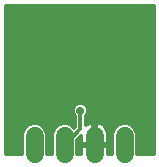
<source format=gbl>
G75*
%MOIN*%
%OFA0B0*%
%FSLAX25Y25*%
%IPPOS*%
%LPD*%
%AMOC8*
5,1,8,0,0,1.08239X$1,22.5*
%
%ADD10C,0.06000*%
%ADD11C,0.02778*%
%ADD12C,0.01200*%
D10*
X0013372Y0006100D02*
X0013372Y0012100D01*
X0023372Y0012100D02*
X0023372Y0006100D01*
X0033372Y0006100D02*
X0033372Y0012100D01*
X0043372Y0012100D02*
X0043372Y0006100D01*
D11*
X0028600Y0020600D03*
X0028372Y0030872D03*
D12*
X0003700Y0055543D02*
X0003700Y0006200D01*
X0009172Y0006200D01*
X0009172Y0012935D01*
X0009811Y0014479D01*
X0010993Y0015661D01*
X0012536Y0016300D01*
X0014207Y0016300D01*
X0015751Y0015661D01*
X0016932Y0014479D01*
X0017572Y0012935D01*
X0017572Y0006200D01*
X0019172Y0006200D01*
X0019172Y0012935D01*
X0019811Y0014479D01*
X0020993Y0015661D01*
X0022536Y0016300D01*
X0024207Y0016300D01*
X0025751Y0015661D01*
X0026569Y0014843D01*
X0026800Y0015074D01*
X0026800Y0018739D01*
X0026405Y0019133D01*
X0026011Y0020085D01*
X0026011Y0021115D01*
X0026405Y0022067D01*
X0027133Y0022795D01*
X0028085Y0023189D01*
X0029115Y0023189D01*
X0030067Y0022795D01*
X0030795Y0022067D01*
X0031189Y0021115D01*
X0031189Y0020085D01*
X0030795Y0019133D01*
X0030400Y0018739D01*
X0030400Y0015627D01*
X0030961Y0016034D01*
X0031606Y0016363D01*
X0032294Y0016587D01*
X0032972Y0016694D01*
X0032972Y0009500D01*
X0033772Y0009500D01*
X0037972Y0009500D01*
X0037972Y0012462D01*
X0037858Y0013177D01*
X0037635Y0013866D01*
X0037306Y0014511D01*
X0036880Y0015097D01*
X0036368Y0015609D01*
X0035783Y0016034D01*
X0035137Y0016363D01*
X0034449Y0016587D01*
X0033772Y0016694D01*
X0033772Y0009500D01*
X0033772Y0008700D01*
X0037972Y0008700D01*
X0037972Y0006200D01*
X0039172Y0006200D01*
X0039172Y0012935D01*
X0039811Y0014479D01*
X0040993Y0015661D01*
X0042536Y0016300D01*
X0044207Y0016300D01*
X0045751Y0015661D01*
X0046932Y0014479D01*
X0047572Y0012935D01*
X0047572Y0006200D01*
X0053043Y0006200D01*
X0053043Y0055543D01*
X0003700Y0055543D01*
X0003700Y0054437D02*
X0053043Y0054437D01*
X0053043Y0053239D02*
X0003700Y0053239D01*
X0003700Y0052040D02*
X0053043Y0052040D01*
X0053043Y0050842D02*
X0003700Y0050842D01*
X0003700Y0049643D02*
X0053043Y0049643D01*
X0053043Y0048445D02*
X0003700Y0048445D01*
X0003700Y0047246D02*
X0053043Y0047246D01*
X0053043Y0046048D02*
X0003700Y0046048D01*
X0003700Y0044849D02*
X0053043Y0044849D01*
X0053043Y0043651D02*
X0003700Y0043651D01*
X0003700Y0042452D02*
X0053043Y0042452D01*
X0053043Y0041254D02*
X0003700Y0041254D01*
X0003700Y0040055D02*
X0053043Y0040055D01*
X0053043Y0038857D02*
X0003700Y0038857D01*
X0003700Y0037658D02*
X0053043Y0037658D01*
X0053043Y0036460D02*
X0003700Y0036460D01*
X0003700Y0035261D02*
X0053043Y0035261D01*
X0053043Y0034063D02*
X0003700Y0034063D01*
X0003700Y0032864D02*
X0053043Y0032864D01*
X0053043Y0031666D02*
X0003700Y0031666D01*
X0003700Y0030467D02*
X0053043Y0030467D01*
X0053043Y0029269D02*
X0003700Y0029269D01*
X0003700Y0028070D02*
X0053043Y0028070D01*
X0053043Y0026872D02*
X0003700Y0026872D01*
X0003700Y0025673D02*
X0053043Y0025673D01*
X0053043Y0024475D02*
X0003700Y0024475D01*
X0003700Y0023276D02*
X0053043Y0023276D01*
X0053043Y0022078D02*
X0030784Y0022078D01*
X0031189Y0020879D02*
X0053043Y0020879D01*
X0053043Y0019681D02*
X0031021Y0019681D01*
X0030400Y0018482D02*
X0053043Y0018482D01*
X0053043Y0017284D02*
X0030400Y0017284D01*
X0030400Y0016085D02*
X0031061Y0016085D01*
X0032972Y0016085D02*
X0033772Y0016085D01*
X0033772Y0014887D02*
X0032972Y0014887D01*
X0032972Y0013688D02*
X0033772Y0013688D01*
X0033772Y0012490D02*
X0032972Y0012490D01*
X0032972Y0011291D02*
X0033772Y0011291D01*
X0033772Y0010093D02*
X0032972Y0010093D01*
X0032972Y0009500D02*
X0032972Y0008700D01*
X0028772Y0008700D01*
X0028772Y0006200D01*
X0027572Y0006200D01*
X0027572Y0010754D01*
X0028772Y0011954D01*
X0028772Y0009500D01*
X0032972Y0009500D01*
X0032972Y0008894D02*
X0027572Y0008894D01*
X0027572Y0007696D02*
X0028772Y0007696D01*
X0028772Y0006497D02*
X0027572Y0006497D01*
X0027572Y0010093D02*
X0028772Y0010093D01*
X0028772Y0011291D02*
X0028108Y0011291D01*
X0028600Y0014328D02*
X0023372Y0009100D01*
X0019172Y0008894D02*
X0017572Y0008894D01*
X0017572Y0007696D02*
X0019172Y0007696D01*
X0019172Y0006497D02*
X0017572Y0006497D01*
X0017572Y0010093D02*
X0019172Y0010093D01*
X0019172Y0011291D02*
X0017572Y0011291D01*
X0017572Y0012490D02*
X0019172Y0012490D01*
X0019483Y0013688D02*
X0017260Y0013688D01*
X0016525Y0014887D02*
X0020219Y0014887D01*
X0022017Y0016085D02*
X0014726Y0016085D01*
X0012017Y0016085D02*
X0003700Y0016085D01*
X0003700Y0014887D02*
X0010219Y0014887D01*
X0009483Y0013688D02*
X0003700Y0013688D01*
X0003700Y0012490D02*
X0009172Y0012490D01*
X0009172Y0011291D02*
X0003700Y0011291D01*
X0003700Y0010093D02*
X0009172Y0010093D01*
X0009172Y0008894D02*
X0003700Y0008894D01*
X0003700Y0007696D02*
X0009172Y0007696D01*
X0009172Y0006497D02*
X0003700Y0006497D01*
X0003700Y0017284D02*
X0026800Y0017284D01*
X0026800Y0018482D02*
X0003700Y0018482D01*
X0003700Y0019681D02*
X0026179Y0019681D01*
X0026011Y0020879D02*
X0003700Y0020879D01*
X0003700Y0022078D02*
X0026416Y0022078D01*
X0028600Y0020600D02*
X0028600Y0014328D01*
X0026613Y0014887D02*
X0026525Y0014887D01*
X0026800Y0016085D02*
X0024726Y0016085D01*
X0033772Y0008894D02*
X0039172Y0008894D01*
X0039172Y0007696D02*
X0037972Y0007696D01*
X0037972Y0006497D02*
X0039172Y0006497D01*
X0039172Y0010093D02*
X0037972Y0010093D01*
X0037972Y0011291D02*
X0039172Y0011291D01*
X0039172Y0012490D02*
X0037967Y0012490D01*
X0037692Y0013688D02*
X0039483Y0013688D01*
X0040219Y0014887D02*
X0037033Y0014887D01*
X0035683Y0016085D02*
X0042017Y0016085D01*
X0044726Y0016085D02*
X0053043Y0016085D01*
X0053043Y0014887D02*
X0046525Y0014887D01*
X0047260Y0013688D02*
X0053043Y0013688D01*
X0053043Y0012490D02*
X0047572Y0012490D01*
X0047572Y0011291D02*
X0053043Y0011291D01*
X0053043Y0010093D02*
X0047572Y0010093D01*
X0047572Y0008894D02*
X0053043Y0008894D01*
X0053043Y0007696D02*
X0047572Y0007696D01*
X0047572Y0006497D02*
X0053043Y0006497D01*
M02*

</source>
